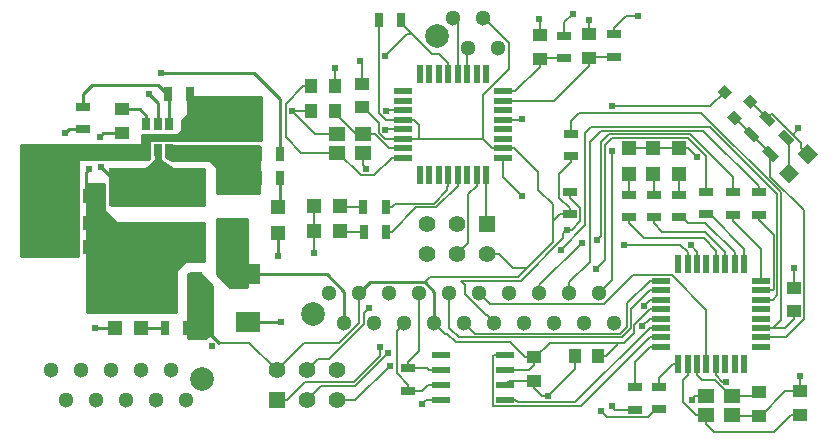
<source format=gtl>
G04 #@! TF.GenerationSoftware,KiCad,Pcbnew,5.0.2-bee76a0~70~ubuntu18.04.1*
G04 #@! TF.CreationDate,2019-02-11T21:35:21-05:00*
G04 #@! TF.ProjectId,dashboard_mk4_rev4,64617368-626f-4617-9264-5f6d6b345f72,6.0*
G04 #@! TF.SameCoordinates,Original*
G04 #@! TF.FileFunction,Copper,L1,Top*
G04 #@! TF.FilePolarity,Positive*
%FSLAX46Y46*%
G04 Gerber Fmt 4.6, Leading zero omitted, Abs format (unit mm)*
G04 Created by KiCad (PCBNEW 5.0.2-bee76a0~70~ubuntu18.04.1) date Mon 11 Feb 2019 09:35:21 PM EST*
%MOMM*%
%LPD*%
G01*
G04 APERTURE LIST*
G04 #@! TA.AperFunction,SMDPad,CuDef*
%ADD10R,1.550000X0.600000*%
G04 #@! TD*
G04 #@! TA.AperFunction,SMDPad,CuDef*
%ADD11R,2.500000X0.900000*%
G04 #@! TD*
G04 #@! TA.AperFunction,SMDPad,CuDef*
%ADD12R,8.200000X3.300000*%
G04 #@! TD*
G04 #@! TA.AperFunction,SMDPad,CuDef*
%ADD13R,0.650000X1.060000*%
G04 #@! TD*
G04 #@! TA.AperFunction,SMDPad,CuDef*
%ADD14R,1.600000X1.000000*%
G04 #@! TD*
G04 #@! TA.AperFunction,SMDPad,CuDef*
%ADD15R,2.159000X1.778000*%
G04 #@! TD*
G04 #@! TA.AperFunction,SMDPad,CuDef*
%ADD16R,1.000000X3.200000*%
G04 #@! TD*
G04 #@! TA.AperFunction,ComponentPad*
%ADD17C,2.000000*%
G04 #@! TD*
G04 #@! TA.AperFunction,ComponentPad*
%ADD18C,1.300000*%
G04 #@! TD*
G04 #@! TA.AperFunction,ComponentPad*
%ADD19C,1.400000*%
G04 #@! TD*
G04 #@! TA.AperFunction,ComponentPad*
%ADD20R,1.400000X1.400000*%
G04 #@! TD*
G04 #@! TA.AperFunction,SMDPad,CuDef*
%ADD21R,0.550000X1.600000*%
G04 #@! TD*
G04 #@! TA.AperFunction,SMDPad,CuDef*
%ADD22R,1.600000X0.550000*%
G04 #@! TD*
G04 #@! TA.AperFunction,SMDPad,CuDef*
%ADD23R,1.400000X1.200000*%
G04 #@! TD*
G04 #@! TA.AperFunction,SMDPad,CuDef*
%ADD24R,1.250000X1.000000*%
G04 #@! TD*
G04 #@! TA.AperFunction,SMDPad,CuDef*
%ADD25R,1.000000X1.250000*%
G04 #@! TD*
G04 #@! TA.AperFunction,SMDPad,CuDef*
%ADD26R,1.200000X1.200000*%
G04 #@! TD*
G04 #@! TA.AperFunction,SMDPad,CuDef*
%ADD27R,0.700000X1.300000*%
G04 #@! TD*
G04 #@! TA.AperFunction,SMDPad,CuDef*
%ADD28R,1.300000X0.700000*%
G04 #@! TD*
G04 #@! TA.AperFunction,SMDPad,CuDef*
%ADD29C,1.200000*%
G04 #@! TD*
G04 #@! TA.AperFunction,Conductor*
%ADD30C,0.100000*%
G04 #@! TD*
G04 #@! TA.AperFunction,SMDPad,CuDef*
%ADD31C,0.800000*%
G04 #@! TD*
G04 #@! TA.AperFunction,SMDPad,CuDef*
%ADD32C,0.700000*%
G04 #@! TD*
G04 #@! TA.AperFunction,ViaPad*
%ADD33C,0.609600*%
G04 #@! TD*
G04 #@! TA.AperFunction,Conductor*
%ADD34C,0.254000*%
G04 #@! TD*
G04 #@! TA.AperFunction,Conductor*
%ADD35C,0.152400*%
G04 #@! TD*
G04 #@! TA.AperFunction,Conductor*
%ADD36C,0.600000*%
G04 #@! TD*
G04 #@! TA.AperFunction,Conductor*
%ADD37C,0.800000*%
G04 #@! TD*
G04 #@! TA.AperFunction,Conductor*
%ADD38C,0.700000*%
G04 #@! TD*
G04 #@! TA.AperFunction,Conductor*
%ADD39C,0.500000*%
G04 #@! TD*
G04 #@! TA.AperFunction,Conductor*
%ADD40C,0.250000*%
G04 #@! TD*
G04 #@! TA.AperFunction,Conductor*
%ADD41C,0.300000*%
G04 #@! TD*
G04 APERTURE END LIST*
D10*
G04 #@! TO.P,U4,8*
G04 #@! TO.N,GND*
X63182516Y-62727054D03*
G04 #@! TO.P,U4,7*
G04 #@! TO.N,/CANH*
X63182516Y-61457054D03*
G04 #@! TO.P,U4,6*
G04 #@! TO.N,/CANL*
X63182516Y-60187054D03*
G04 #@! TO.P,U4,5*
G04 #@! TO.N,Net-(U4-Pad5)*
X63182516Y-58917054D03*
G04 #@! TO.P,U4,4*
G04 #@! TO.N,/RXCAN*
X68582516Y-58917054D03*
G04 #@! TO.P,U4,3*
G04 #@! TO.N,VCC*
X68582516Y-60187054D03*
G04 #@! TO.P,U4,2*
G04 #@! TO.N,GND*
X68582516Y-61457054D03*
G04 #@! TO.P,U4,1*
G04 #@! TO.N,/TXCAN*
X68582516Y-62727054D03*
G04 #@! TD*
D11*
G04 #@! TO.P,F1,2*
G04 #@! TO.N,/12V_Fused*
X45498594Y-44925499D03*
G04 #@! TO.P,F1,1*
G04 #@! TO.N,+12V*
X45498594Y-47825499D03*
G04 #@! TD*
D12*
G04 #@! TO.P,L1,2*
G04 #@! TO.N,Net-(C11-Pad1)*
X39192596Y-49429500D03*
G04 #@! TO.P,L1,1*
G04 #@! TO.N,Net-(C5-Pad2)*
X39192596Y-44729500D03*
G04 #@! TD*
D13*
G04 #@! TO.P,U2,5*
G04 #@! TO.N,Net-(R3-Pad2)*
X39217996Y-39375499D03*
G04 #@! TO.P,U2,6*
G04 #@! TO.N,Net-(C5-Pad1)*
X38267996Y-39375499D03*
G04 #@! TO.P,U2,4*
G04 #@! TO.N,Net-(R4-Pad1)*
X40167996Y-39375499D03*
G04 #@! TO.P,U2,3*
G04 #@! TO.N,/12V_Fused*
X40167996Y-41575499D03*
G04 #@! TO.P,U2,2*
G04 #@! TO.N,Net-(C5-Pad2)*
X39217996Y-41575499D03*
G04 #@! TO.P,U2,1*
G04 #@! TO.N,GND*
X38267996Y-41575499D03*
G04 #@! TD*
D14*
G04 #@! TO.P,C3,2*
G04 #@! TO.N,GND*
X42558099Y-38658001D03*
G04 #@! TO.P,C3,1*
G04 #@! TO.N,/12V_Fused*
X42558099Y-41658001D03*
G04 #@! TD*
D15*
G04 #@! TO.P,D7,1*
G04 #@! TO.N,+12V*
X46876094Y-52096000D03*
G04 #@! TO.P,D7,2*
G04 #@! TO.N,GND*
X46876094Y-56160000D03*
G04 #@! TD*
D16*
G04 #@! TO.P,R9,2*
G04 #@! TO.N,Net-(C11-Pad1)*
X36283097Y-53492996D03*
G04 #@! TO.P,R9,1*
G04 #@! TO.N,VCC*
X42483097Y-53492996D03*
G04 #@! TD*
D17*
G04 #@! TO.P,J3,5*
G04 #@! TO.N,N/C*
X62839149Y-31889381D03*
D18*
G04 #@! TO.P,J3,4*
G04 #@! TO.N,GND*
X68049149Y-32929381D03*
G04 #@! TO.P,J3,2*
G04 #@! TO.N,/SDA*
X65509149Y-32929381D03*
G04 #@! TO.P,J3,1*
G04 #@! TO.N,/SCL*
X64239149Y-30389381D03*
G04 #@! TO.P,J3,3*
G04 #@! TO.N,VCC*
X66779149Y-30389381D03*
G04 #@! TD*
D19*
G04 #@! TO.P,J4,6*
G04 #@! TO.N,GND*
X62033969Y-50375501D03*
G04 #@! TO.P,J4,5*
G04 #@! TO.N,/RESET_2*
X62033969Y-47835501D03*
G04 #@! TO.P,J4,4*
G04 #@! TO.N,/MOSI_2*
X64573969Y-50375501D03*
G04 #@! TO.P,J4,3*
G04 #@! TO.N,/SCK_2*
X64573969Y-47835501D03*
G04 #@! TO.P,J4,2*
G04 #@! TO.N,VCC*
X67113969Y-50375501D03*
D20*
G04 #@! TO.P,J4,1*
G04 #@! TO.N,/MISO_2*
X67113969Y-47835501D03*
G04 #@! TD*
D19*
G04 #@! TO.P,J5,6*
G04 #@! TO.N,GND*
X54386030Y-60230700D03*
G04 #@! TO.P,J5,5*
G04 #@! TO.N,/RESET*
X54386030Y-62770700D03*
G04 #@! TO.P,J5,4*
G04 #@! TO.N,/MOSI*
X51846030Y-60230700D03*
G04 #@! TO.P,J5,3*
G04 #@! TO.N,/SCK*
X51846030Y-62770700D03*
G04 #@! TO.P,J5,2*
G04 #@! TO.N,VCC*
X49306030Y-60230700D03*
D20*
G04 #@! TO.P,J5,1*
G04 #@! TO.N,/MISO*
X49306030Y-62770700D03*
G04 #@! TD*
D21*
G04 #@! TO.P,U1,32*
G04 #@! TO.N,Net-(U1-Pad32)*
X83280587Y-51202853D03*
G04 #@! TO.P,U1,31*
G04 #@! TO.N,/RESET*
X84080587Y-51202853D03*
G04 #@! TO.P,U1,30*
G04 #@! TO.N,/PWM_0*
X84880587Y-51202853D03*
G04 #@! TO.P,U1,29*
G04 #@! TO.N,Net-(U1-Pad29)*
X85680587Y-51202853D03*
G04 #@! TO.P,U1,28*
G04 #@! TO.N,Net-(R16-Pad1)*
X86480587Y-51202853D03*
G04 #@! TO.P,U1,27*
G04 #@! TO.N,Net-(R15-Pad1)*
X87280587Y-51202853D03*
G04 #@! TO.P,U1,26*
G04 #@! TO.N,Net-(R14-Pad1)*
X88080587Y-51202853D03*
G04 #@! TO.P,U1,25*
G04 #@! TO.N,Net-(R19-Pad1)*
X88880587Y-51202853D03*
D22*
G04 #@! TO.P,U1,24*
G04 #@! TO.N,Net-(R13-Pad2)*
X90330587Y-52652853D03*
G04 #@! TO.P,U1,23*
G04 #@! TO.N,Net-(R10-Pad2)*
X90330587Y-53452853D03*
G04 #@! TO.P,U1,22*
G04 #@! TO.N,/START_BTN*
X90330587Y-54252853D03*
G04 #@! TO.P,U1,21*
G04 #@! TO.N,Net-(U1-Pad21)*
X90330587Y-55052853D03*
G04 #@! TO.P,U1,20*
G04 #@! TO.N,Net-(U1-Pad20)*
X90330587Y-55852853D03*
G04 #@! TO.P,U1,19*
G04 #@! TO.N,Net-(C2-Pad1)*
X90330587Y-56652853D03*
G04 #@! TO.P,U1,18*
G04 #@! TO.N,Net-(Q1-Pad1)*
X90330587Y-57452853D03*
G04 #@! TO.P,U1,17*
G04 #@! TO.N,Net-(U1-Pad17)*
X90330587Y-58252853D03*
D21*
G04 #@! TO.P,U1,16*
G04 #@! TO.N,Net-(U1-Pad16)*
X88880587Y-59702853D03*
G04 #@! TO.P,U1,15*
G04 #@! TO.N,Net-(U1-Pad15)*
X88080587Y-59702853D03*
G04 #@! TO.P,U1,14*
G04 #@! TO.N,Net-(U1-Pad14)*
X87280587Y-59702853D03*
G04 #@! TO.P,U1,13*
G04 #@! TO.N,/STR_POT_SENSE*
X86480587Y-59702853D03*
G04 #@! TO.P,U1,12*
G04 #@! TO.N,/SCK*
X85680587Y-59702853D03*
G04 #@! TO.P,U1,11*
G04 #@! TO.N,Net-(C13-Pad1)*
X84880587Y-59702853D03*
G04 #@! TO.P,U1,10*
G04 #@! TO.N,Net-(C14-Pad1)*
X84080587Y-59702853D03*
G04 #@! TO.P,U1,9*
G04 #@! TO.N,Net-(R6-Pad2)*
X83280587Y-59702853D03*
D22*
G04 #@! TO.P,U1,8*
G04 #@! TO.N,Net-(R1-Pad2)*
X81830587Y-58252853D03*
G04 #@! TO.P,U1,7*
G04 #@! TO.N,/RXCAN*
X81830587Y-57452853D03*
G04 #@! TO.P,U1,6*
G04 #@! TO.N,/TXCAN*
X81830587Y-56652853D03*
G04 #@! TO.P,U1,5*
G04 #@! TO.N,GND*
X81830587Y-55852853D03*
G04 #@! TO.P,U1,4*
G04 #@! TO.N,VCC*
X81830587Y-55052853D03*
G04 #@! TO.P,U1,3*
G04 #@! TO.N,/PWM_1*
X81830587Y-54252853D03*
G04 #@! TO.P,U1,2*
G04 #@! TO.N,/MOSI*
X81830587Y-53452853D03*
G04 #@! TO.P,U1,1*
G04 #@! TO.N,/MISO*
X81830587Y-52652853D03*
G04 #@! TD*
D21*
G04 #@! TO.P,U3,32*
G04 #@! TO.N,Net-(U3-Pad32)*
X61423449Y-35167941D03*
G04 #@! TO.P,U3,31*
G04 #@! TO.N,Net-(U3-Pad31)*
X62223449Y-35167941D03*
G04 #@! TO.P,U3,30*
G04 #@! TO.N,Net-(U3-Pad30)*
X63023449Y-35167941D03*
G04 #@! TO.P,U3,29*
G04 #@! TO.N,/RESET_2*
X63823449Y-35167941D03*
G04 #@! TO.P,U3,28*
G04 #@! TO.N,/SCL*
X64623449Y-35167941D03*
G04 #@! TO.P,U3,27*
G04 #@! TO.N,/SDA*
X65423449Y-35167941D03*
G04 #@! TO.P,U3,26*
G04 #@! TO.N,Net-(U3-Pad26)*
X66223449Y-35167941D03*
G04 #@! TO.P,U3,25*
G04 #@! TO.N,Net-(U3-Pad25)*
X67023449Y-35167941D03*
D22*
G04 #@! TO.P,U3,24*
G04 #@! TO.N,Net-(C6-Pad1)*
X68473449Y-36617941D03*
G04 #@! TO.P,U3,23*
G04 #@! TO.N,Net-(C8-Pad1)*
X68473449Y-37417941D03*
G04 #@! TO.P,U3,22*
G04 #@! TO.N,Net-(U3-Pad22)*
X68473449Y-38217941D03*
G04 #@! TO.P,U3,21*
G04 #@! TO.N,GND*
X68473449Y-39017941D03*
G04 #@! TO.P,U3,20*
G04 #@! TO.N,Net-(U3-Pad20)*
X68473449Y-39817941D03*
G04 #@! TO.P,U3,19*
G04 #@! TO.N,Net-(U3-Pad19)*
X68473449Y-40617941D03*
G04 #@! TO.P,U3,18*
G04 #@! TO.N,VCC*
X68473449Y-41417941D03*
G04 #@! TO.P,U3,17*
G04 #@! TO.N,/SCK_2*
X68473449Y-42217941D03*
D21*
G04 #@! TO.P,U3,16*
G04 #@! TO.N,/MISO_2*
X67023449Y-43667941D03*
G04 #@! TO.P,U3,15*
G04 #@! TO.N,/MOSI_2*
X66223449Y-43667941D03*
G04 #@! TO.P,U3,14*
G04 #@! TO.N,Net-(U3-Pad14)*
X65423449Y-43667941D03*
G04 #@! TO.P,U3,13*
G04 #@! TO.N,Net-(R11-Pad2)*
X64623449Y-43667941D03*
G04 #@! TO.P,U3,12*
G04 #@! TO.N,Net-(R8-Pad2)*
X63823449Y-43667941D03*
G04 #@! TO.P,U3,11*
G04 #@! TO.N,Net-(U3-Pad11)*
X63023449Y-43667941D03*
G04 #@! TO.P,U3,10*
G04 #@! TO.N,Net-(U3-Pad10)*
X62223449Y-43667941D03*
G04 #@! TO.P,U3,9*
G04 #@! TO.N,Net-(U3-Pad9)*
X61423449Y-43667941D03*
D22*
G04 #@! TO.P,U3,8*
G04 #@! TO.N,/XTAL2*
X59973449Y-42217941D03*
G04 #@! TO.P,U3,7*
G04 #@! TO.N,/XTAL1*
X59973449Y-41417941D03*
G04 #@! TO.P,U3,6*
G04 #@! TO.N,VCC*
X59973449Y-40617941D03*
G04 #@! TO.P,U3,5*
G04 #@! TO.N,GND*
X59973449Y-39817941D03*
G04 #@! TO.P,U3,4*
G04 #@! TO.N,VCC*
X59973449Y-39017941D03*
G04 #@! TO.P,U3,3*
G04 #@! TO.N,GND*
X59973449Y-38217941D03*
G04 #@! TO.P,U3,2*
G04 #@! TO.N,Net-(U3-Pad2)*
X59973449Y-37417941D03*
G04 #@! TO.P,U3,1*
G04 #@! TO.N,Net-(U3-Pad1)*
X59973449Y-36617941D03*
G04 #@! TD*
D23*
G04 #@! TO.P,Y1,4*
G04 #@! TO.N,GND*
X56599000Y-41821000D03*
G04 #@! TO.P,Y1,3*
G04 #@! TO.N,/XTAL2*
X54399000Y-41821000D03*
G04 #@! TO.P,Y1,2*
G04 #@! TO.N,GND*
X54399000Y-40221000D03*
G04 #@! TO.P,Y1,1*
G04 #@! TO.N,/XTAL1*
X56599000Y-40221000D03*
G04 #@! TD*
G04 #@! TO.P,Y2,4*
G04 #@! TO.N,GND*
X87847812Y-63988579D03*
G04 #@! TO.P,Y2,3*
G04 #@! TO.N,Net-(C14-Pad1)*
X85647812Y-63988579D03*
G04 #@! TO.P,Y2,2*
G04 #@! TO.N,GND*
X85647812Y-62388579D03*
G04 #@! TO.P,Y2,1*
G04 #@! TO.N,Net-(C13-Pad1)*
X87847812Y-62388579D03*
G04 #@! TD*
D17*
G04 #@! TO.P,J1,11*
G04 #@! TO.N,N/C*
X42974260Y-60962540D03*
D18*
G04 #@! TO.P,J1,10*
G04 #@! TO.N,Net-(J1-Pad10)*
X30144260Y-60222540D03*
G04 #@! TO.P,J1,9*
G04 #@! TO.N,Net-(J1-Pad9)*
X31414260Y-62762540D03*
G04 #@! TO.P,J1,8*
G04 #@! TO.N,Net-(J1-Pad8)*
X32684260Y-60222540D03*
G04 #@! TO.P,J1,6*
G04 #@! TO.N,Net-(J1-Pad6)*
X35224260Y-60222540D03*
G04 #@! TO.P,J1,4*
G04 #@! TO.N,Net-(J1-Pad4)*
X37764260Y-60222540D03*
G04 #@! TO.P,J1,2*
G04 #@! TO.N,Net-(J1-Pad2)*
X40304260Y-60222540D03*
G04 #@! TO.P,J1,7*
G04 #@! TO.N,Net-(J1-Pad7)*
X33954260Y-62762540D03*
G04 #@! TO.P,J1,1*
G04 #@! TO.N,Net-(J1-Pad1)*
X41574260Y-62762540D03*
G04 #@! TO.P,J1,3*
G04 #@! TO.N,Net-(J1-Pad3)*
X39034260Y-62762540D03*
G04 #@! TO.P,J1,5*
G04 #@! TO.N,Net-(J1-Pad5)*
X36494260Y-62762540D03*
G04 #@! TD*
G04 #@! TO.P,J2,5*
G04 #@! TO.N,GND*
X58833570Y-53700360D03*
G04 #@! TO.P,J2,3*
G04 #@! TO.N,VCC*
X56293570Y-53700360D03*
G04 #@! TO.P,J2,1*
G04 #@! TO.N,GND*
X53753570Y-53700360D03*
G04 #@! TO.P,J2,7*
G04 #@! TO.N,/CANL*
X61373570Y-53700360D03*
G04 #@! TO.P,J2,2*
G04 #@! TO.N,+12V*
X55023570Y-56240360D03*
G04 #@! TO.P,J2,4*
G04 #@! TO.N,/STR_POT_SENSE*
X57563570Y-56240360D03*
G04 #@! TO.P,J2,6*
G04 #@! TO.N,/CANH*
X60103570Y-56240360D03*
G04 #@! TO.P,J2,8*
G04 #@! TO.N,VCC*
X62643570Y-56240360D03*
G04 #@! TO.P,J2,9*
G04 #@! TO.N,/MOSI*
X63913570Y-53700360D03*
G04 #@! TO.P,J2,10*
G04 #@! TO.N,/MISO*
X65183570Y-56240360D03*
G04 #@! TO.P,J2,11*
G04 #@! TO.N,/SCK*
X66453570Y-53700360D03*
G04 #@! TO.P,J2,12*
G04 #@! TO.N,/RESET*
X67723570Y-56240360D03*
G04 #@! TO.P,J2,13*
G04 #@! TO.N,/RJLED1*
X68993570Y-53700360D03*
G04 #@! TO.P,J2,14*
G04 #@! TO.N,/RJLED2*
X70263570Y-56240360D03*
G04 #@! TO.P,J2,15*
G04 #@! TO.N,/LED_START*
X71533570Y-53700360D03*
G04 #@! TO.P,J2,16*
G04 #@! TO.N,/LED_BMS*
X72803570Y-56240360D03*
G04 #@! TO.P,J2,17*
G04 #@! TO.N,/LED_IMD*
X74073570Y-53700360D03*
G04 #@! TO.P,J2,18*
G04 #@! TO.N,/START_BTN*
X75343570Y-56240360D03*
G04 #@! TO.P,J2,19*
G04 #@! TO.N,/RTD_BUZZER*
X76613570Y-53700360D03*
G04 #@! TO.P,J2,20*
G04 #@! TO.N,Net-(J2-Pad20)*
X77883570Y-56240360D03*
D17*
G04 #@! TO.P,J2,21*
G04 #@! TO.N,N/C*
X52353570Y-55500360D03*
G04 #@! TD*
D24*
G04 #@! TO.P,C5,1*
G04 #@! TO.N,Net-(C5-Pad1)*
X36208101Y-38141998D03*
G04 #@! TO.P,C5,2*
G04 #@! TO.N,Net-(C5-Pad2)*
X36208101Y-40141998D03*
G04 #@! TD*
D25*
G04 #@! TO.P,C11,1*
G04 #@! TO.N,Net-(C11-Pad1)*
X33398096Y-47777998D03*
G04 #@! TO.P,C11,2*
G04 #@! TO.N,GND*
X31398096Y-47777998D03*
G04 #@! TD*
G04 #@! TO.P,C12,1*
G04 #@! TO.N,Net-(C11-Pad1)*
X33398098Y-45491998D03*
G04 #@! TO.P,C12,2*
G04 #@! TO.N,GND*
X31398098Y-45491998D03*
G04 #@! TD*
D26*
G04 #@! TO.P,D2,2*
G04 #@! TO.N,Net-(D2-Pad2)*
X37816098Y-56667999D03*
G04 #@! TO.P,D2,1*
G04 #@! TO.N,GND*
X35616098Y-56667999D03*
G04 #@! TD*
D27*
G04 #@! TO.P,R2,1*
G04 #@! TO.N,/12V_Fused*
X47704098Y-43968002D03*
G04 #@! TO.P,R2,2*
G04 #@! TO.N,Net-(D1-Pad2)*
X49604098Y-43968002D03*
G04 #@! TD*
G04 #@! TO.P,R3,1*
G04 #@! TO.N,/12V_Fused*
X47704096Y-41935997D03*
G04 #@! TO.P,R3,2*
G04 #@! TO.N,Net-(R3-Pad2)*
X49604096Y-41935997D03*
G04 #@! TD*
G04 #@! TO.P,R12,1*
G04 #@! TO.N,VCC*
X41730096Y-56668001D03*
G04 #@! TO.P,R12,2*
G04 #@! TO.N,Net-(D2-Pad2)*
X39830096Y-56668001D03*
G04 #@! TD*
D25*
G04 #@! TO.P,C7,1*
G04 #@! TO.N,Net-(C11-Pad1)*
X33398099Y-49810000D03*
G04 #@! TO.P,C7,2*
G04 #@! TO.N,GND*
X31398099Y-49810000D03*
G04 #@! TD*
D26*
G04 #@! TO.P,D1,2*
G04 #@! TO.N,Net-(D1-Pad2)*
X49416095Y-46423996D03*
G04 #@! TO.P,D1,1*
G04 #@! TO.N,GND*
X49416095Y-48623996D03*
G04 #@! TD*
D27*
G04 #@! TO.P,R4,1*
G04 #@! TO.N,Net-(R4-Pad1)*
X40084095Y-36856001D03*
G04 #@! TO.P,R4,2*
G04 #@! TO.N,GND*
X41984095Y-36856001D03*
G04 #@! TD*
D28*
G04 #@! TO.P,R5,1*
G04 #@! TO.N,Net-(R4-Pad1)*
X32906094Y-37938001D03*
G04 #@! TO.P,R5,2*
G04 #@! TO.N,Net-(C11-Pad1)*
X32906094Y-39838001D03*
G04 #@! TD*
D25*
G04 #@! TO.P,C1,1*
G04 #@! TO.N,VCC*
X76516290Y-59049601D03*
G04 #@! TO.P,C1,2*
G04 #@! TO.N,GND*
X74516290Y-59049601D03*
G04 #@! TD*
D24*
G04 #@! TO.P,C2,2*
G04 #@! TO.N,GND*
X93091000Y-53229000D03*
G04 #@! TO.P,C2,1*
G04 #@! TO.N,Net-(C2-Pad1)*
X93091000Y-55229000D03*
G04 #@! TD*
G04 #@! TO.P,C4,2*
G04 #@! TO.N,GND*
X56515000Y-35957000D03*
G04 #@! TO.P,C4,1*
G04 #@! TO.N,VCC*
X56515000Y-37957000D03*
G04 #@! TD*
G04 #@! TO.P,C6,2*
G04 #@! TO.N,GND*
X71558506Y-31872235D03*
G04 #@! TO.P,C6,1*
G04 #@! TO.N,Net-(C6-Pad1)*
X71558506Y-33872235D03*
G04 #@! TD*
G04 #@! TO.P,C8,1*
G04 #@! TO.N,Net-(C8-Pad1)*
X75742134Y-33780441D03*
G04 #@! TO.P,C8,2*
G04 #@! TO.N,GND*
X75742134Y-31780441D03*
G04 #@! TD*
D25*
G04 #@! TO.P,C9,2*
G04 #@! TO.N,GND*
X52241560Y-38292618D03*
G04 #@! TO.P,C9,1*
G04 #@! TO.N,/XTAL1*
X54241560Y-38292618D03*
G04 #@! TD*
G04 #@! TO.P,C10,1*
G04 #@! TO.N,/XTAL2*
X52213000Y-36195000D03*
G04 #@! TO.P,C10,2*
G04 #@! TO.N,GND*
X54213000Y-36195000D03*
G04 #@! TD*
D24*
G04 #@! TO.P,C13,2*
G04 #@! TO.N,GND*
X90145154Y-64079336D03*
G04 #@! TO.P,C13,1*
G04 #@! TO.N,Net-(C13-Pad1)*
X90145154Y-62079336D03*
G04 #@! TD*
G04 #@! TO.P,C14,2*
G04 #@! TO.N,GND*
X93599000Y-61992000D03*
G04 #@! TO.P,C14,1*
G04 #@! TO.N,Net-(C14-Pad1)*
X93599000Y-63992000D03*
G04 #@! TD*
G04 #@! TO.P,C15,2*
G04 #@! TO.N,GND*
X71079359Y-61110855D03*
G04 #@! TO.P,C15,1*
G04 #@! TO.N,VCC*
X71079359Y-59110855D03*
G04 #@! TD*
D26*
G04 #@! TO.P,PB1,1*
G04 #@! TO.N,GND*
X52452078Y-46307081D03*
G04 #@! TO.P,PB1,2*
G04 #@! TO.N,Net-(D3-Pad2)*
X54652076Y-46307081D03*
G04 #@! TD*
G04 #@! TO.P,PB0,2*
G04 #@! TO.N,Net-(D4-Pad2)*
X54652078Y-48476713D03*
G04 #@! TO.P,PB0,1*
G04 #@! TO.N,GND*
X52452080Y-48476713D03*
G04 #@! TD*
G04 #@! TO.P,PB5,1*
G04 #@! TO.N,GND*
X83395121Y-41418848D03*
G04 #@! TO.P,PB5,2*
G04 #@! TO.N,Net-(D5-Pad2)*
X83395121Y-43618846D03*
G04 #@! TD*
G04 #@! TO.P,PB6,2*
G04 #@! TO.N,Net-(D6-Pad2)*
X81189571Y-43579331D03*
G04 #@! TO.P,PB6,1*
G04 #@! TO.N,GND*
X81189571Y-41379333D03*
G04 #@! TD*
G04 #@! TO.P,PB7,1*
G04 #@! TO.N,GND*
X79100762Y-41381131D03*
G04 #@! TO.P,PB7,2*
G04 #@! TO.N,Net-(D8-Pad2)*
X79100762Y-43581129D03*
G04 #@! TD*
D28*
G04 #@! TO.P,R1,1*
G04 #@! TO.N,/RJLED1*
X79598713Y-63584576D03*
G04 #@! TO.P,R1,2*
G04 #@! TO.N,Net-(R1-Pad2)*
X79598713Y-61684578D03*
G04 #@! TD*
G04 #@! TO.P,R6,2*
G04 #@! TO.N,Net-(R6-Pad2)*
X81689315Y-61641474D03*
G04 #@! TO.P,R6,1*
G04 #@! TO.N,/RJLED2*
X81689315Y-63541472D03*
G04 #@! TD*
G04 #@! TO.P,R7,1*
G04 #@! TO.N,VCC*
X74207791Y-42092038D03*
G04 #@! TO.P,R7,2*
G04 #@! TO.N,Net-(C2-Pad1)*
X74207791Y-40192038D03*
G04 #@! TD*
D27*
G04 #@! TO.P,R8,2*
G04 #@! TO.N,Net-(R8-Pad2)*
X58537803Y-46384313D03*
G04 #@! TO.P,R8,1*
G04 #@! TO.N,Net-(D3-Pad2)*
X56637805Y-46384313D03*
G04 #@! TD*
D28*
G04 #@! TO.P,R10,2*
G04 #@! TO.N,Net-(R10-Pad2)*
X90113286Y-47045033D03*
G04 #@! TO.P,R10,1*
G04 #@! TO.N,/LED_IMD*
X90113286Y-45145035D03*
G04 #@! TD*
D27*
G04 #@! TO.P,R11,1*
G04 #@! TO.N,Net-(D4-Pad2)*
X56648582Y-48492878D03*
G04 #@! TO.P,R11,2*
G04 #@! TO.N,Net-(R11-Pad2)*
X58548580Y-48492878D03*
G04 #@! TD*
D28*
G04 #@! TO.P,R13,2*
G04 #@! TO.N,Net-(R13-Pad2)*
X87896959Y-47048623D03*
G04 #@! TO.P,R13,1*
G04 #@! TO.N,/LED_START*
X87896959Y-45148625D03*
G04 #@! TD*
G04 #@! TO.P,R14,2*
G04 #@! TO.N,Net-(D5-Pad2)*
X83339582Y-45366983D03*
G04 #@! TO.P,R14,1*
G04 #@! TO.N,Net-(R14-Pad1)*
X83339582Y-47266981D03*
G04 #@! TD*
G04 #@! TO.P,R15,1*
G04 #@! TO.N,Net-(R15-Pad1)*
X81198434Y-47279219D03*
G04 #@! TO.P,R15,2*
G04 #@! TO.N,Net-(D6-Pad2)*
X81198434Y-45379221D03*
G04 #@! TD*
G04 #@! TO.P,R16,1*
G04 #@! TO.N,Net-(R16-Pad1)*
X79090128Y-47256205D03*
G04 #@! TO.P,R16,2*
G04 #@! TO.N,Net-(D8-Pad2)*
X79090128Y-45356207D03*
G04 #@! TD*
G04 #@! TO.P,R17,2*
G04 #@! TO.N,Net-(C6-Pad1)*
X73645516Y-33833010D03*
G04 #@! TO.P,R17,1*
G04 #@! TO.N,/PWM_1*
X73645516Y-31933012D03*
G04 #@! TD*
G04 #@! TO.P,R18,1*
G04 #@! TO.N,/PWM_0*
X77815948Y-31771368D03*
G04 #@! TO.P,R18,2*
G04 #@! TO.N,Net-(C8-Pad1)*
X77815948Y-33671366D03*
G04 #@! TD*
G04 #@! TO.P,R19,2*
G04 #@! TO.N,/LED_BMS*
X85669855Y-45141443D03*
G04 #@! TO.P,R19,1*
G04 #@! TO.N,Net-(R19-Pad1)*
X85669855Y-47041441D03*
G04 #@! TD*
D27*
G04 #@! TO.P,R20,2*
G04 #@! TO.N,VCC*
X57949650Y-30550801D03*
G04 #@! TO.P,R20,1*
G04 #@! TO.N,/RESET_2*
X59849648Y-30550801D03*
G04 #@! TD*
D28*
G04 #@! TO.P,R21,2*
G04 #@! TO.N,VCC*
X74093891Y-47004959D03*
G04 #@! TO.P,R21,1*
G04 #@! TO.N,/RESET*
X74093891Y-45104961D03*
G04 #@! TD*
G04 #@! TO.P,R22,1*
G04 #@! TO.N,/CANH*
X60439297Y-61967632D03*
G04 #@! TO.P,R22,2*
G04 #@! TO.N,/CANL*
X60439297Y-60067634D03*
G04 #@! TD*
D29*
G04 #@! TO.P,D9,2*
G04 #@! TO.N,Net-(D9-Pad2)*
X92681419Y-43488109D03*
D30*
G04 #@! TD*
G04 #@! TO.N,Net-(D9-Pad2)*
G04 #@! TO.C,D9*
G36*
X92681419Y-44336637D02*
X91832891Y-43488109D01*
X92681419Y-42639581D01*
X93529947Y-43488109D01*
X92681419Y-44336637D01*
X92681419Y-44336637D01*
G37*
D29*
G04 #@! TO.P,D9,1*
G04 #@! TO.N,GND*
X94237053Y-41932475D03*
D30*
G04 #@! TD*
G04 #@! TO.N,GND*
G04 #@! TO.C,D9*
G36*
X94237053Y-42781003D02*
X93388525Y-41932475D01*
X94237053Y-41083947D01*
X95085581Y-41932475D01*
X94237053Y-42781003D01*
X94237053Y-42781003D01*
G37*
D31*
G04 #@! TO.P,Q1,1*
G04 #@! TO.N,Net-(Q1-Pad1)*
X88051991Y-38826155D03*
D30*
G04 #@! TD*
G04 #@! TO.N,Net-(Q1-Pad1)*
G04 #@! TO.C,Q1*
G36*
X88653032Y-38861510D02*
X88087346Y-39427196D01*
X87450950Y-38790800D01*
X88016636Y-38225114D01*
X88653032Y-38861510D01*
X88653032Y-38861510D01*
G37*
D31*
G04 #@! TO.P,Q1,2*
G04 #@! TO.N,GND*
X89395494Y-37482652D03*
D30*
G04 #@! TD*
G04 #@! TO.N,GND*
G04 #@! TO.C,Q1*
G36*
X89996535Y-37518007D02*
X89430849Y-38083693D01*
X88794453Y-37447297D01*
X89360139Y-36881611D01*
X89996535Y-37518007D01*
X89996535Y-37518007D01*
G37*
D31*
G04 #@! TO.P,Q1,3*
G04 #@! TO.N,/RTD_BUZZER*
X87238818Y-36669479D03*
D30*
G04 #@! TD*
G04 #@! TO.N,/RTD_BUZZER*
G04 #@! TO.C,Q1*
G36*
X87839859Y-36704834D02*
X87274173Y-37270520D01*
X86637777Y-36634124D01*
X87203463Y-36068438D01*
X87839859Y-36704834D01*
X87839859Y-36704834D01*
G37*
D32*
G04 #@! TO.P,R23,1*
G04 #@! TO.N,Net-(Q1-Pad1)*
X91081236Y-41855400D03*
D30*
G04 #@! TD*
G04 #@! TO.N,Net-(Q1-Pad1)*
G04 #@! TO.C,R23*
G36*
X91293368Y-42562507D02*
X90374129Y-41643268D01*
X90869104Y-41148293D01*
X91788343Y-42067532D01*
X91293368Y-42562507D01*
X91293368Y-42562507D01*
G37*
D32*
G04 #@! TO.P,R23,2*
G04 #@! TO.N,Net-(D9-Pad2)*
X92424738Y-40511898D03*
D30*
G04 #@! TD*
G04 #@! TO.N,Net-(D9-Pad2)*
G04 #@! TO.C,R23*
G36*
X92636870Y-41219005D02*
X91717631Y-40299766D01*
X92212606Y-39804791D01*
X93131845Y-40724030D01*
X92636870Y-41219005D01*
X92636870Y-41219005D01*
G37*
D32*
G04 #@! TO.P,R24,2*
G04 #@! TO.N,GND*
X90808292Y-38895452D03*
D30*
G04 #@! TD*
G04 #@! TO.N,GND*
G04 #@! TO.C,R24*
G36*
X91020424Y-39602559D02*
X90101185Y-38683320D01*
X90596160Y-38188345D01*
X91515399Y-39107584D01*
X91020424Y-39602559D01*
X91020424Y-39602559D01*
G37*
D32*
G04 #@! TO.P,R24,1*
G04 #@! TO.N,Net-(Q1-Pad1)*
X89464790Y-40238954D03*
D30*
G04 #@! TD*
G04 #@! TO.N,Net-(Q1-Pad1)*
G04 #@! TO.C,R24*
G36*
X89676922Y-40946061D02*
X88757683Y-40026822D01*
X89252658Y-39531847D01*
X90171897Y-40451086D01*
X89676922Y-40946061D01*
X89676922Y-40946061D01*
G37*
D33*
G04 #@! TO.N,GND*
X49670097Y-56159998D03*
X33922094Y-56667999D03*
X44590096Y-39903999D03*
X46876098Y-39903996D03*
X46876096Y-38125999D03*
X44590098Y-38126000D03*
X29604096Y-49555998D03*
X29350100Y-44729997D03*
X28334098Y-45745998D03*
X29350097Y-46761997D03*
X28334098Y-47777999D03*
X29350097Y-48540000D03*
X28334098Y-49556002D03*
X49416095Y-50572001D03*
X43828097Y-58191997D03*
X61607250Y-63047561D03*
X72265090Y-62410021D03*
X80243230Y-56489281D03*
X84428599Y-62712792D03*
X84888890Y-42153521D03*
X75752511Y-30558420D03*
X71536111Y-30522861D03*
X52425151Y-50299302D03*
X50577070Y-38281934D03*
X58559249Y-38241921D03*
X93599000Y-60706000D03*
X54229000Y-34671000D03*
X93472000Y-39751000D03*
X93091000Y-51562000D03*
X58488368Y-39878000D03*
X70104000Y-38989000D03*
X56896000Y-43180000D03*
X56388000Y-34036000D03*
G04 #@! TO.N,/MISO*
X58016140Y-58280300D03*
G04 #@! TO.N,/SCK*
X58734960Y-58788300D03*
G04 #@! TO.N,Net-(C5-Pad2)*
X34341195Y-40457902D03*
X34391996Y-43048700D03*
G04 #@! TO.N,Net-(C11-Pad1)*
X33414096Y-43205999D03*
X31382098Y-40158001D03*
G04 #@! TO.N,Net-(R3-Pad2)*
X38494099Y-36856000D03*
X39510098Y-35077997D03*
G04 #@! TO.N,/STR_POT_SENSE*
X87337450Y-61185742D03*
G04 #@! TO.N,/MOSI*
X57069906Y-54992354D03*
G04 #@! TO.N,/RESET*
X78665890Y-49631280D03*
X73860209Y-48325721D03*
X73860209Y-48325721D03*
X58851800Y-59827160D03*
G04 #@! TO.N,/RJLED1*
X77642271Y-63268542D03*
G04 #@! TO.N,/RJLED2*
X76745651Y-63644461D03*
G04 #@! TO.N,/LED_START*
X76390049Y-49199481D03*
X75160690Y-49423001D03*
G04 #@! TO.N,/LED_BMS*
X76369729Y-51637880D03*
G04 #@! TO.N,/START_BTN*
X73372529Y-50017362D03*
X73372529Y-50017362D03*
G04 #@! TO.N,/SCK_2*
X70101011Y-45498701D03*
G04 #@! TO.N,/RESET_2*
X58483050Y-33606420D03*
G04 #@! TO.N,/PWM_1*
X80365151Y-54790022D03*
X74363131Y-30045342D03*
G04 #@! TO.N,/PWM_0*
X84347871Y-49661761D03*
X79920651Y-30212980D03*
G04 #@! TO.N,/RTD_BUZZER*
X77724000Y-41656000D03*
X77724000Y-37897133D03*
G04 #@! TD*
D34*
G04 #@! TO.N,GND*
X46876098Y-56159998D02*
X49670097Y-56159998D01*
X35616095Y-56667999D02*
X33922094Y-56667999D01*
X41984096Y-36856001D02*
X41984097Y-38084001D01*
X41984097Y-38084001D02*
X42558098Y-38658002D01*
X46876098Y-56159998D02*
X46685595Y-56159999D01*
X42558098Y-38658002D02*
X44058098Y-38658002D01*
X46876096Y-38125999D02*
X46876098Y-39903996D01*
X44058098Y-38658002D02*
X44590098Y-38126000D01*
X29604096Y-49555998D02*
X28334098Y-49556002D01*
X29858097Y-49810000D02*
X29604096Y-49555998D01*
X31398100Y-49809998D02*
X29858097Y-49810000D01*
X29096098Y-44476000D02*
X29096097Y-43460000D01*
X29350100Y-44729997D02*
X29096098Y-44476000D01*
X29350097Y-46761997D02*
X28334098Y-45745998D01*
X28588096Y-47777996D02*
X28334098Y-47777999D01*
X29350097Y-48540000D02*
X28588096Y-47777996D01*
X49416095Y-48624001D02*
X49416095Y-50572001D01*
X70733158Y-61457054D02*
X71079359Y-61110855D01*
D35*
X68928717Y-61110855D02*
X68582517Y-61457055D01*
X71079359Y-61110855D02*
X68928717Y-61110855D01*
X63182517Y-62727053D02*
X61927756Y-62727054D01*
X61927756Y-62727054D02*
X61607250Y-63047561D01*
X71726124Y-62410021D02*
X72265090Y-62410021D01*
X71079359Y-61110855D02*
X71079359Y-61763255D01*
X71079359Y-61763255D02*
X71726124Y-62410021D01*
X80243231Y-56487809D02*
X80243230Y-56489281D01*
X81830587Y-55852851D02*
X80878188Y-55852853D01*
X80878188Y-55852853D02*
X80243231Y-56487809D01*
X88324592Y-64465359D02*
X87847813Y-63988580D01*
X87938572Y-64079338D02*
X87847813Y-63988580D01*
X90145153Y-64079338D02*
X87938572Y-64079338D01*
X90145153Y-64079338D02*
X90270152Y-64079338D01*
X85647814Y-62388580D02*
X84752809Y-62388580D01*
X84752809Y-62388580D02*
X84428599Y-62712792D01*
X74516289Y-60158821D02*
X72265090Y-62410021D01*
X74516289Y-59049601D02*
X74516289Y-60158821D01*
X81187773Y-41381131D02*
X81189571Y-41379333D01*
X79100762Y-41381132D02*
X81187773Y-41381131D01*
X83355606Y-41379333D02*
X83395119Y-41418848D01*
X81189571Y-41379333D02*
X83355606Y-41379333D01*
X84882193Y-42153521D02*
X84888890Y-42153521D01*
X83395119Y-41418848D02*
X84147519Y-41418848D01*
X84147519Y-41418848D02*
X84882193Y-42153521D01*
X59021050Y-38217941D02*
X59973450Y-38217940D01*
X75742135Y-31780442D02*
X75742135Y-30568797D01*
X75742135Y-30568797D02*
X75752511Y-30558420D01*
X71558505Y-31872235D02*
X71558506Y-30545257D01*
X71558506Y-30545257D02*
X71536111Y-30522861D01*
X52452079Y-47724313D02*
X52452079Y-48476713D01*
X52452078Y-46307081D02*
X52452079Y-47724313D01*
X52452079Y-48476713D02*
X52452079Y-50272372D01*
X52452079Y-50272372D02*
X52425151Y-50299302D01*
X52212356Y-38321821D02*
X52241559Y-38292618D01*
X52241559Y-38292618D02*
X50587755Y-38292619D01*
X50587755Y-38292619D02*
X50577070Y-38281934D01*
X59021050Y-38217941D02*
X58583230Y-38217940D01*
X58583230Y-38217940D02*
X58559249Y-38241921D01*
X92357490Y-61992000D02*
X93599000Y-61992000D01*
X90145154Y-64079336D02*
X90270154Y-64079336D01*
X90270154Y-64079336D02*
X92357490Y-61992000D01*
X93599000Y-61992000D02*
X93599000Y-60706000D01*
X54213000Y-36195000D02*
X54213000Y-34687000D01*
X54213000Y-34687000D02*
X54229000Y-34671000D01*
X93013476Y-40282370D02*
X93369433Y-39926413D01*
X93013476Y-40282370D02*
X93705026Y-40973920D01*
X89784402Y-37871560D02*
X89395494Y-37482652D01*
X90808293Y-38895451D02*
X89784402Y-37871560D01*
X91163543Y-38540201D02*
X90808293Y-38895451D01*
X93013476Y-40282370D02*
X91271307Y-38540201D01*
X91271307Y-38540201D02*
X91163543Y-38540201D01*
X93705026Y-41400448D02*
X94237053Y-41932475D01*
X93705026Y-40973920D02*
X93705026Y-41400448D01*
X93369433Y-39926413D02*
X93369433Y-39853567D01*
X93369433Y-39853567D02*
X93472000Y-39751000D01*
X93091000Y-53229000D02*
X93091000Y-51562000D01*
X59973449Y-39817941D02*
X58548427Y-39817941D01*
X58548427Y-39817941D02*
X58488368Y-39878000D01*
X68473449Y-39017941D02*
X70075059Y-39017941D01*
X70075059Y-39017941D02*
X70104000Y-38989000D01*
X56599000Y-41821000D02*
X56599000Y-42883000D01*
X56599000Y-42883000D02*
X56896000Y-43180000D01*
X52516136Y-40221000D02*
X50577070Y-38281934D01*
X54399000Y-40221000D02*
X52516136Y-40221000D01*
X56515000Y-35957000D02*
X56515000Y-34163000D01*
X56515000Y-34163000D02*
X56388000Y-34036000D01*
G04 #@! TO.N,VCC*
X59793210Y-40653802D02*
X59869410Y-40577600D01*
D34*
X62643570Y-53594847D02*
X61819684Y-52770960D01*
X62643570Y-56240361D02*
X62643570Y-53594847D01*
X71079358Y-59110853D02*
X70954358Y-59110855D01*
D35*
X71079359Y-59763256D02*
X71079358Y-59110853D01*
X70655560Y-60187054D02*
X71079359Y-59763256D01*
X68582518Y-60187054D02*
X70655560Y-60187054D01*
X69036745Y-57845641D02*
X70301958Y-59110854D01*
X64467291Y-57845641D02*
X69036745Y-57845641D01*
X63740611Y-57118961D02*
X64467291Y-57845641D01*
X63522170Y-57118962D02*
X63740611Y-57118961D01*
X70301958Y-59110854D02*
X71079358Y-59110853D01*
X62643570Y-56240361D02*
X63522170Y-57118962D01*
X80878186Y-55052850D02*
X79570139Y-56360899D01*
X81830588Y-55052852D02*
X80878186Y-55052850D01*
X79570139Y-56360899D02*
X79570139Y-57045531D01*
X79570139Y-57045531D02*
X78719229Y-57896441D01*
X71204357Y-59110854D02*
X71079358Y-59110853D01*
X72394630Y-57920583D02*
X71204357Y-59110854D01*
X72394630Y-57896441D02*
X72394630Y-57920583D01*
X78117250Y-58101041D02*
X78117250Y-57896441D01*
X77168689Y-59049601D02*
X78117250Y-58101041D01*
X76516291Y-59049602D02*
X77168689Y-59049601D01*
X78719229Y-57896441D02*
X78117250Y-57896441D01*
X78117250Y-57896441D02*
X72394630Y-57896441D01*
X73291490Y-47004960D02*
X72676571Y-47619880D01*
X74093891Y-47004960D02*
X73291490Y-47004960D01*
X62256801Y-52333840D02*
X61819684Y-52770960D01*
X69704769Y-52333841D02*
X62256801Y-52333840D01*
X72676569Y-47721201D02*
X72676569Y-47576961D01*
X72676571Y-47619880D02*
X72676569Y-47721201D01*
X67521050Y-41417939D02*
X66721049Y-40617939D01*
X68473450Y-41417940D02*
X67521050Y-41417939D01*
X61348171Y-39440261D02*
X61348171Y-40617941D01*
X59973450Y-39017941D02*
X60925850Y-39017940D01*
X66721049Y-40617939D02*
X61348171Y-40617941D01*
X60925850Y-39017940D02*
X61348171Y-39440261D01*
X72676571Y-46179961D02*
X72676571Y-47812641D01*
X72676569Y-47721201D02*
X72676571Y-47812641D01*
X72676571Y-47812641D02*
X72676569Y-49362039D01*
D34*
X42483098Y-56519000D02*
X42334096Y-56667999D01*
X42483096Y-53492998D02*
X42483098Y-56519000D01*
X43168716Y-56668000D02*
X44412297Y-57911582D01*
X42334096Y-56667999D02*
X43168716Y-56668000D01*
D35*
X69425850Y-41417939D02*
X68473450Y-41417940D01*
X71436510Y-43428600D02*
X69425850Y-41417939D01*
X71436510Y-44939900D02*
X71436510Y-43428600D01*
X72676571Y-46179961D02*
X71436510Y-44939900D01*
X69305339Y-51576921D02*
X70461689Y-51576921D01*
X68103918Y-50375501D02*
X69305339Y-51576921D01*
X72676569Y-49362039D02*
X70461689Y-51576921D01*
X67113970Y-50375500D02*
X68103918Y-50375501D01*
X70461689Y-51576921D02*
X69704769Y-52333841D01*
X67429150Y-31039380D02*
X66779150Y-30389381D01*
X68927751Y-34750122D02*
X68927751Y-32537982D01*
X66721049Y-36956823D02*
X68927751Y-34750122D01*
X68927751Y-32537982D02*
X67429150Y-31039380D01*
X66721049Y-40617939D02*
X66721049Y-36956823D01*
X57949651Y-31353201D02*
X57949651Y-30550801D01*
X58545835Y-39017941D02*
X57949651Y-38421755D01*
X57949651Y-38421755D02*
X57949651Y-31353201D01*
X59973450Y-39017941D02*
X58545835Y-39017941D01*
X46986912Y-57911582D02*
X49306030Y-60230700D01*
X44412297Y-57911582D02*
X46986912Y-57911582D01*
X54282497Y-57957241D02*
X51579489Y-57957241D01*
X54607018Y-57957242D02*
X54282497Y-57957241D01*
X56293570Y-53700362D02*
X56293571Y-56270691D01*
X51579489Y-57957241D02*
X49306030Y-60230700D01*
X56293571Y-56270691D02*
X54607018Y-57957242D01*
X59021049Y-39017941D02*
X59973449Y-39017941D01*
D34*
X61819683Y-52770959D02*
X61819684Y-52770960D01*
X57222971Y-52770959D02*
X61819683Y-52770959D01*
X56293570Y-53700360D02*
X57222971Y-52770959D01*
D35*
X74093891Y-46502560D02*
X74093891Y-47004960D01*
X73215289Y-45623959D02*
X74093891Y-46502560D01*
X73215289Y-43586937D02*
X73215289Y-45623959D01*
X74207789Y-42092037D02*
X74207790Y-42594436D01*
X74207790Y-42594436D02*
X73215289Y-43586937D01*
X60925849Y-40617941D02*
X61348171Y-40617941D01*
X59973449Y-40617941D02*
X60925849Y-40617941D01*
X59021049Y-40617941D02*
X59973449Y-40617941D01*
X58438875Y-40617941D02*
X59021049Y-40617941D01*
X57954967Y-40134033D02*
X58438875Y-40617941D01*
X56640000Y-37957000D02*
X57954967Y-39271967D01*
X57954967Y-39271967D02*
X57954967Y-40134033D01*
X56515000Y-37957000D02*
X56640000Y-37957000D01*
D34*
G04 #@! TO.N,Net-(D2-Pad2)*
X39830099Y-56668001D02*
X37816098Y-56668001D01*
D35*
G04 #@! TO.N,/MISO*
X80878186Y-52652852D02*
X81830586Y-52652851D01*
X78960520Y-54570519D02*
X80878186Y-52652852D01*
X78960520Y-56552791D02*
X78960520Y-54570519D01*
X78394349Y-57118962D02*
X78960520Y-56552791D01*
X66062170Y-57118962D02*
X78394349Y-57118962D01*
X65183569Y-56240361D02*
X66062170Y-57118962D01*
X50158430Y-62770700D02*
X51674490Y-61254640D01*
X49306030Y-62770700D02*
X50158430Y-62770700D01*
X51674490Y-61254640D02*
X55798720Y-61254640D01*
X55798720Y-61254640D02*
X58016140Y-59037220D01*
X58016140Y-59037220D02*
X58016140Y-58280300D01*
G04 #@! TO.N,/RXCAN*
X67578916Y-58993255D02*
X67578916Y-63209934D01*
X67655117Y-58917052D02*
X67578916Y-58993255D01*
X68582517Y-58917052D02*
X67655117Y-58917052D01*
X75075384Y-63255655D02*
X80878186Y-57452851D01*
X80878186Y-57452851D02*
X81830586Y-57452852D01*
X67624636Y-63255655D02*
X75075384Y-63255655D01*
X67578916Y-63209934D02*
X67624636Y-63255655D01*
G04 #@! TO.N,/SCK*
X85680587Y-55089334D02*
X82740505Y-52149251D01*
X85680587Y-59702852D02*
X85680587Y-55089334D01*
X77035298Y-54578962D02*
X67332171Y-54578962D01*
X79465009Y-52149249D02*
X77035298Y-54578962D01*
X82740505Y-52149251D02*
X79465009Y-52149249D01*
X67332171Y-54578962D02*
X66453569Y-53700359D01*
X55963811Y-61559449D02*
X58734960Y-58788300D01*
X51846030Y-62770700D02*
X53057281Y-61559449D01*
X53057281Y-61559449D02*
X55963811Y-61559449D01*
D36*
G04 #@! TO.N,/12V_Fused*
X41967997Y-41575504D02*
X42017998Y-41525497D01*
D34*
G04 #@! TO.N,Net-(C5-Pad1)*
X38268000Y-39375501D02*
X38267997Y-38661900D01*
X37748097Y-38142000D02*
X36208097Y-38142003D01*
X38267997Y-38661900D02*
X37748097Y-38142000D01*
G04 #@! TO.N,Net-(C5-Pad2)*
X36398597Y-40175500D02*
X34623600Y-40175497D01*
X34623600Y-40175497D02*
X34341195Y-40457902D01*
X34391996Y-43048700D02*
X36072799Y-44729499D01*
X36072799Y-44729499D02*
X37478096Y-43968002D01*
X35701598Y-44729500D02*
X37478096Y-43968002D01*
D37*
X37503498Y-43942602D02*
X37478096Y-43968002D01*
D38*
X37503498Y-43942602D02*
X37478096Y-43968002D01*
D36*
X37503498Y-43942602D02*
X37478096Y-43968002D01*
D39*
X37503498Y-43942602D02*
X37478096Y-43968002D01*
D40*
X37503498Y-43942602D02*
X37478096Y-43968002D01*
X37503498Y-43942602D02*
X37478096Y-43968002D01*
D38*
X37503498Y-43942602D02*
X37478096Y-43968002D01*
D36*
X37503498Y-43942602D02*
X37478096Y-43968002D01*
D40*
X37503498Y-43942602D02*
X37478096Y-43968002D01*
D34*
G04 #@! TO.N,Net-(C11-Pad1)*
X32906098Y-39837998D02*
X31702097Y-39838002D01*
X33148097Y-43471998D02*
X33148098Y-45166997D01*
X33414096Y-43205999D02*
X33148097Y-43471998D01*
X31702097Y-39838002D02*
X31382098Y-40158001D01*
D37*
X39010099Y-49611999D02*
X39192597Y-49429500D01*
X35624599Y-49429501D02*
X39192597Y-49429500D01*
D41*
X33648099Y-44525002D02*
X33648100Y-45167001D01*
D34*
G04 #@! TO.N,Net-(D1-Pad2)*
X49604099Y-43967999D02*
X49604097Y-46235999D01*
X49604097Y-46235999D02*
X49416097Y-46424000D01*
G04 #@! TO.N,+12V*
X45498599Y-47825498D02*
X45498598Y-50908998D01*
X45498598Y-50908998D02*
X46685597Y-52096001D01*
X46685597Y-52096001D02*
X46876100Y-52096000D01*
X55023570Y-55321122D02*
X55023570Y-56240360D01*
X55023570Y-53594846D02*
X55023570Y-55321122D01*
X53524724Y-52096000D02*
X55023570Y-53594846D01*
X46876093Y-52096000D02*
X53524724Y-52096000D01*
G04 #@! TO.N,Net-(R3-Pad2)*
X49604097Y-41935998D02*
X49604098Y-37298000D01*
X39217999Y-37579901D02*
X39217999Y-39375499D01*
X38494099Y-36856000D02*
X39217999Y-37579901D01*
X47384096Y-35078001D02*
X39510098Y-35077997D01*
X49604098Y-37298000D02*
X47384096Y-35078001D01*
G04 #@! TO.N,Net-(R4-Pad1)*
X40167995Y-39375499D02*
X40167996Y-37005898D01*
X32906097Y-36855999D02*
X32906098Y-37938001D01*
X33668098Y-36094001D02*
X32906097Y-36855999D01*
X39256099Y-36094001D02*
X33668098Y-36094001D01*
X40167996Y-37005898D02*
X39256099Y-36094001D01*
X40179098Y-39364400D02*
X40167995Y-39375499D01*
D35*
G04 #@! TO.N,Net-(C2-Pad1)*
X91282988Y-56652852D02*
X90330588Y-56652851D01*
X91968808Y-55967031D02*
X91282988Y-56652852D01*
X74207791Y-40192038D02*
X74207789Y-39742038D01*
X77467010Y-38430533D02*
X76736143Y-38430533D01*
X77467010Y-38430533D02*
X85241334Y-38430533D01*
X74207790Y-39154180D02*
X74207790Y-40192035D01*
X74931437Y-38430531D02*
X74207790Y-39154180D01*
X74931437Y-38430531D02*
X75008291Y-38430533D01*
X75008291Y-38430533D02*
X77467010Y-38430533D01*
X85241334Y-38430533D02*
X91968808Y-45158009D01*
X91968808Y-45158009D02*
X91968808Y-55967031D01*
X93091000Y-55881400D02*
X93091000Y-55229000D01*
X92319547Y-56652853D02*
X93091000Y-55881400D01*
X90330587Y-56652853D02*
X92319547Y-56652853D01*
G04 #@! TO.N,Net-(C6-Pad1)*
X71597731Y-33833011D02*
X71558506Y-33872235D01*
X73645516Y-33833011D02*
X71597731Y-33833011D01*
X68998449Y-36617941D02*
X68473450Y-36617941D01*
X69465199Y-36617941D02*
X69425850Y-36617940D01*
X71558505Y-34524635D02*
X69465199Y-36617941D01*
X69425850Y-36617940D02*
X68473450Y-36617941D01*
X71558506Y-33872235D02*
X71558505Y-34524635D01*
G04 #@! TO.N,Net-(C8-Pad1)*
X75851209Y-33671367D02*
X75742133Y-33780441D01*
X77815948Y-33671365D02*
X75851209Y-33671367D01*
X75742133Y-33780441D02*
X75742135Y-34432842D01*
X72757035Y-37417941D02*
X68473450Y-37417940D01*
X75742135Y-34432842D02*
X72757035Y-37417941D01*
G04 #@! TO.N,/XTAL1*
X59021050Y-41417942D02*
X59973450Y-41417941D01*
X58777690Y-41417941D02*
X59021050Y-41417942D01*
X56044942Y-40221000D02*
X56599000Y-40221000D01*
X54241560Y-38417618D02*
X56044942Y-40221000D01*
X54241560Y-38292618D02*
X54241560Y-38417618D01*
X57580749Y-40221000D02*
X56599000Y-40221000D01*
X58777690Y-41417941D02*
X57580749Y-40221000D01*
G04 #@! TO.N,/XTAL2*
X59869410Y-42177602D02*
X59793210Y-42101401D01*
X51560600Y-36195000D02*
X52213000Y-36195000D01*
X50043669Y-37711931D02*
X51560600Y-36195000D01*
X50043669Y-40481555D02*
X50043669Y-37711931D01*
X51359957Y-41797843D02*
X50043669Y-40481555D01*
X52212357Y-41797843D02*
X51359957Y-41797843D01*
X52235514Y-41821000D02*
X54399000Y-41821000D01*
X52212357Y-41797843D02*
X52235514Y-41821000D01*
X54499000Y-41821000D02*
X54399000Y-41821000D01*
X57525589Y-43713401D02*
X56391401Y-43713401D01*
X56391401Y-43713401D02*
X54499000Y-41821000D01*
X59021049Y-42217941D02*
X57525589Y-43713401D01*
X59973449Y-42217941D02*
X59021049Y-42217941D01*
G04 #@! TO.N,Net-(C13-Pad1)*
X87847813Y-62388580D02*
X87747814Y-62388580D01*
X89835910Y-62388580D02*
X90145152Y-62079338D01*
X87847813Y-62388580D02*
X89835910Y-62388580D01*
X87747812Y-62388580D02*
X87847811Y-62388580D01*
D34*
X87847812Y-62388579D02*
X87450734Y-62388579D01*
D35*
X87747812Y-62388579D02*
X86446233Y-61087000D01*
X87847812Y-62388579D02*
X87747812Y-62388579D01*
X85312334Y-61087000D02*
X84880587Y-60655253D01*
X84880587Y-60655253D02*
X84880587Y-59702853D01*
X86446233Y-61087000D02*
X85312334Y-61087000D01*
G04 #@! TO.N,Net-(C14-Pad1)*
X85647812Y-63988580D02*
X85647814Y-64740980D01*
X85647814Y-64740980D02*
X86324592Y-65417759D01*
X84795412Y-63988580D02*
X85647812Y-63988580D01*
X83693000Y-61042840D02*
X84080587Y-60655253D01*
X83693000Y-62886168D02*
X83693000Y-61042840D01*
X84080587Y-60655253D02*
X84080587Y-59702853D01*
X84795412Y-63988580D02*
X83693000Y-62886168D01*
X92821600Y-63992000D02*
X93599000Y-63992000D01*
X91395841Y-65417759D02*
X92821600Y-63992000D01*
X86324592Y-65417759D02*
X91395841Y-65417759D01*
G04 #@! TO.N,Net-(D3-Pad2)*
X54729305Y-46384312D02*
X54652077Y-46307084D01*
X56637804Y-46384313D02*
X54729305Y-46384312D01*
G04 #@! TO.N,Net-(D4-Pad2)*
X54668242Y-48492879D02*
X54652077Y-48476713D01*
X56648581Y-48492878D02*
X54668242Y-48492879D01*
G04 #@! TO.N,Net-(D5-Pad2)*
X83339582Y-43674384D02*
X83395119Y-43618845D01*
X83339583Y-45366984D02*
X83339582Y-43674384D01*
G04 #@! TO.N,Net-(D6-Pad2)*
X81198434Y-43588194D02*
X81189571Y-43579331D01*
X81198434Y-45379221D02*
X81198434Y-43588194D01*
G04 #@! TO.N,Net-(D8-Pad2)*
X79090127Y-43591762D02*
X79100760Y-43581129D01*
X79090127Y-45356207D02*
X79090127Y-43591762D01*
D34*
G04 #@! TO.N,/CANL*
X63063098Y-60067635D02*
X63182517Y-60187054D01*
D35*
X63182517Y-60187054D02*
X62150344Y-60187054D01*
X62030925Y-60067635D02*
X60439297Y-60067635D01*
X62150344Y-60187054D02*
X62030925Y-60067635D01*
X61373569Y-58630962D02*
X61373569Y-54619599D01*
X61373569Y-54619599D02*
X61373571Y-53700362D01*
X60439297Y-59565235D02*
X61373569Y-58630962D01*
X60439297Y-60067635D02*
X60439297Y-59565235D01*
G04 #@! TO.N,/STR_POT_SENSE*
X87011075Y-61185741D02*
X87337450Y-61185742D01*
X86480588Y-59702852D02*
X86480588Y-60655252D01*
X86480588Y-60655252D02*
X87011075Y-61185741D01*
D34*
G04 #@! TO.N,/CANH*
X60439297Y-61967633D02*
X60139297Y-61967633D01*
D35*
X63182517Y-61457054D02*
X62113177Y-61457054D01*
X61602597Y-61967633D02*
X60439297Y-61967633D01*
X62113177Y-61457054D02*
X61602597Y-61967633D01*
X59453571Y-56890359D02*
X60103569Y-56240362D01*
X59453571Y-60479507D02*
X59453571Y-56890359D01*
X60439297Y-61465233D02*
X59453571Y-60479507D01*
X60439297Y-61967633D02*
X60439297Y-61465233D01*
G04 #@! TO.N,/MOSI*
X63913570Y-56636601D02*
X63913570Y-53700361D01*
X64716209Y-57439240D02*
X63913570Y-56636601D01*
X78505137Y-57439242D02*
X79265331Y-56679047D01*
X64716209Y-57439240D02*
X78505137Y-57439242D01*
X80878186Y-53452853D02*
X81830588Y-53452852D01*
X79265330Y-55065708D02*
X80878186Y-53452853D01*
X79265331Y-56679047D02*
X79265330Y-55065708D01*
X53693229Y-59302099D02*
X56684969Y-56310359D01*
X51846030Y-60230700D02*
X52774631Y-59302099D01*
X52774631Y-59302099D02*
X53693229Y-59302099D01*
X56684969Y-56310359D02*
X56684969Y-55377291D01*
X56684969Y-55377291D02*
X57069906Y-54992354D01*
G04 #@! TO.N,/RESET*
X83461416Y-49631280D02*
X78665890Y-49631280D01*
X84080587Y-51202852D02*
X84080587Y-50250451D01*
X84080587Y-50250451D02*
X83461416Y-49631280D01*
X75003209Y-47613773D02*
X74291262Y-48325721D01*
X75003209Y-46516681D02*
X75003209Y-47613773D01*
X74093891Y-45607363D02*
X75003209Y-46516681D01*
X74291262Y-48325721D02*
X73860209Y-48325721D01*
X74093891Y-45104962D02*
X74093891Y-45607363D01*
X65231830Y-53778949D02*
X67043241Y-55590360D01*
X73860209Y-48325721D02*
X73555410Y-48630518D01*
X73555410Y-48630518D02*
X73555410Y-49067400D01*
X67043241Y-55590360D02*
X67073572Y-55590363D01*
X73555410Y-49067400D02*
X69984170Y-52638641D01*
X69984170Y-52638641D02*
X64876230Y-52638641D01*
X64876230Y-52638641D02*
X65231830Y-52994242D01*
X65231830Y-52994242D02*
X65231830Y-53778949D01*
X67073572Y-55590363D02*
X67723571Y-56240361D01*
X54386030Y-62770700D02*
X55908260Y-62770700D01*
X55908260Y-62770700D02*
X58851800Y-59827160D01*
G04 #@! TO.N,/RJLED1*
X77699977Y-63268541D02*
X77642271Y-63268542D01*
X79598713Y-63584577D02*
X79298713Y-63584577D01*
X77958305Y-63584577D02*
X77642271Y-63268542D01*
X79598713Y-63584577D02*
X77958305Y-63584577D01*
G04 #@! TO.N,/RJLED2*
X81689316Y-63541472D02*
X81389316Y-63541472D01*
X81389316Y-63541472D02*
X80767610Y-64163178D01*
X77264367Y-64163178D02*
X76745651Y-63644461D01*
X80767610Y-64163178D02*
X77264367Y-64163178D01*
G04 #@! TO.N,/LED_START*
X84264743Y-40245923D02*
X77428968Y-40245922D01*
X87896961Y-45148626D02*
X87896959Y-43878139D01*
X87896959Y-43878139D02*
X84264743Y-40245923D01*
X77428968Y-40245922D02*
X76760889Y-40914001D01*
X76760889Y-40914001D02*
X76760890Y-48828641D01*
X76760890Y-48828641D02*
X76390049Y-49199481D01*
X71533569Y-53050120D02*
X71533571Y-53700362D01*
X75160690Y-49423001D02*
X71533569Y-53050120D01*
G04 #@! TO.N,/LED_BMS*
X77089000Y-50918609D02*
X76369729Y-51637880D01*
X77089000Y-41148000D02*
X77089000Y-50918609D01*
X84138487Y-40550732D02*
X77686268Y-40550732D01*
X77686268Y-40550732D02*
X77089000Y-41148000D01*
X85669856Y-45141444D02*
X85669854Y-42082099D01*
X85669854Y-42082099D02*
X84138487Y-40550732D01*
G04 #@! TO.N,/LED_IMD*
X85411763Y-39941113D02*
X76733020Y-39941112D01*
X90113287Y-45145034D02*
X90113286Y-44642636D01*
X90113286Y-44642636D02*
X85411763Y-39941113D01*
X74073570Y-52781123D02*
X75780450Y-51074243D01*
X74073570Y-53700361D02*
X74073570Y-52781123D01*
X75780450Y-51074243D02*
X75780451Y-40893681D01*
X76733020Y-39941112D02*
X75780451Y-40893681D01*
G04 #@! TO.N,/START_BTN*
X86016036Y-39636300D02*
X75920229Y-39636301D01*
X91663998Y-45284264D02*
X86016036Y-39636300D01*
X91663998Y-53871841D02*
X91663998Y-45284264D01*
X90330588Y-54252852D02*
X91282987Y-54252852D01*
X91282987Y-54252852D02*
X91663998Y-53871841D01*
X75920229Y-39636301D02*
X75424842Y-40131690D01*
X75424842Y-40131690D02*
X75424842Y-47965050D01*
X75424842Y-47965050D02*
X73372529Y-50017362D01*
G04 #@! TO.N,/SCL*
X64623450Y-30773681D02*
X64239151Y-30389382D01*
X64623450Y-35167941D02*
X64623450Y-30773681D01*
G04 #@! TO.N,/SDA*
X65423450Y-33015081D02*
X65509150Y-32929381D01*
X65423450Y-35167941D02*
X65423450Y-33015081D01*
G04 #@! TO.N,/MISO_2*
X67023451Y-47744982D02*
X67113969Y-47835501D01*
X67023451Y-43667940D02*
X67023451Y-47744982D01*
G04 #@! TO.N,/SCK_2*
X68473450Y-42217941D02*
X68473450Y-43871141D01*
X68473450Y-43871141D02*
X70101011Y-45498701D01*
G04 #@! TO.N,/MOSI_2*
X65273970Y-49675501D02*
X64573969Y-50375501D01*
X65502571Y-49446899D02*
X65273970Y-49675501D01*
X66223451Y-44620340D02*
X65502571Y-45341220D01*
X65502571Y-45341220D02*
X65502571Y-49446899D01*
X66223450Y-43667940D02*
X66223451Y-44620340D01*
G04 #@! TO.N,/RESET_2*
X63823449Y-34215541D02*
X63023831Y-33415922D01*
X63823450Y-35167941D02*
X63823449Y-34215541D01*
X59849647Y-30850802D02*
X59849649Y-30550801D01*
X63023831Y-33415922D02*
X62414768Y-33415921D01*
X60301689Y-31787779D02*
X58483050Y-33606420D01*
X60786627Y-31787781D02*
X60301689Y-31787779D01*
X60786627Y-31787781D02*
X59849647Y-30850802D01*
X62414768Y-33415921D02*
X60786627Y-31787781D01*
G04 #@! TO.N,Net-(R1-Pad2)*
X81305586Y-58252853D02*
X81830586Y-58252853D01*
X79598713Y-61182179D02*
X79598713Y-61684579D01*
X79598713Y-59532326D02*
X79598713Y-61182179D01*
X80878188Y-58252852D02*
X79598713Y-59532326D01*
X81830586Y-58252853D02*
X80878188Y-58252852D01*
G04 #@! TO.N,Net-(R6-Pad2)*
X82853188Y-59702852D02*
X83280586Y-59702852D01*
X81689316Y-60866723D02*
X81689316Y-61641473D01*
X82853188Y-59702852D02*
X81689316Y-60866723D01*
G04 #@! TO.N,Net-(R8-Pad2)*
X63747250Y-44696543D02*
X63823450Y-44620341D01*
X63823450Y-44620341D02*
X63823450Y-43667940D01*
X58537802Y-46384312D02*
X59040202Y-46384313D01*
X63747250Y-44696543D02*
X63747250Y-44979223D01*
X62608021Y-46118452D02*
X59306065Y-46118451D01*
X59306065Y-46118451D02*
X59040202Y-46384313D01*
X63747250Y-44979223D02*
X62608021Y-46118452D01*
G04 #@! TO.N,Net-(R10-Pad2)*
X91282988Y-53452852D02*
X90330587Y-53452852D01*
X91359188Y-48793333D02*
X91359188Y-53376651D01*
X91359188Y-53376651D02*
X91282988Y-53452852D01*
X90113287Y-47547432D02*
X91359188Y-48793333D01*
X90113287Y-47045033D02*
X90113287Y-47547432D01*
G04 #@! TO.N,Net-(R11-Pad2)*
X64623450Y-44620340D02*
X64623450Y-43667941D01*
X61120598Y-46423261D02*
X59050979Y-48492878D01*
X59050979Y-48492878D02*
X58548579Y-48492877D01*
X62820530Y-46423261D02*
X61120598Y-46423261D01*
X64623450Y-44620340D02*
X62820530Y-46423261D01*
G04 #@! TO.N,Net-(R13-Pad2)*
X90330588Y-52225452D02*
X90330588Y-52652851D01*
X90330588Y-49984651D02*
X90330588Y-52225452D01*
X87896961Y-47551024D02*
X90330588Y-49984651D01*
X87896961Y-47048624D02*
X87896961Y-47551024D01*
G04 #@! TO.N,Net-(R14-Pad1)*
X85599516Y-47769380D02*
X88080587Y-50250451D01*
X88080587Y-50250451D02*
X88080587Y-51202852D01*
X84141983Y-47769380D02*
X85599516Y-47769380D01*
X83639583Y-47266980D02*
X84141983Y-47769380D01*
X83339581Y-47266981D02*
X83639583Y-47266980D01*
G04 #@! TO.N,Net-(R15-Pad1)*
X81198434Y-47781619D02*
X81950816Y-48534001D01*
X81198434Y-47279218D02*
X81198434Y-47781619D01*
X87280586Y-50250452D02*
X87280586Y-51202851D01*
X85564136Y-48534001D02*
X87280586Y-50250452D01*
X81950816Y-48534001D02*
X85564136Y-48534001D01*
G04 #@! TO.N,Net-(R16-Pad1)*
X79090128Y-47758603D02*
X80393844Y-49062321D01*
X79090129Y-47256205D02*
X79090128Y-47758603D01*
X86480588Y-50250453D02*
X86480586Y-51202852D01*
X86480588Y-50100299D02*
X86480588Y-50250453D01*
X85442609Y-49062320D02*
X86480588Y-50100299D01*
X80393844Y-49062321D02*
X85442609Y-49062320D01*
G04 #@! TO.N,/PWM_1*
X81830588Y-54252852D02*
X80878188Y-54252852D01*
X80365151Y-54765889D02*
X80365151Y-54790022D01*
X80878188Y-54252852D02*
X80365151Y-54765889D01*
X73645516Y-30762955D02*
X73645516Y-31933013D01*
X74363131Y-30045342D02*
X73645516Y-30762955D01*
G04 #@! TO.N,/PWM_0*
X84880587Y-51202851D02*
X84880587Y-50194477D01*
X84880587Y-50194477D02*
X84347871Y-49661761D01*
X77815949Y-31268969D02*
X77815949Y-31771369D01*
X78871936Y-30212980D02*
X77815949Y-31268969D01*
X79920651Y-30212980D02*
X78871936Y-30212980D01*
G04 #@! TO.N,Net-(R19-Pad1)*
X88880587Y-50250452D02*
X88880587Y-51202851D01*
X88880587Y-49952173D02*
X88880587Y-50250452D01*
X85969854Y-47041439D02*
X88880587Y-49952173D01*
X85669854Y-47041439D02*
X85969854Y-47041439D01*
G04 #@! TO.N,/TXCAN*
X69509917Y-62727054D02*
X68582517Y-62727054D01*
X69726286Y-62943422D02*
X69509917Y-62727054D01*
X74587616Y-62943422D02*
X69726286Y-62943422D01*
X80878186Y-56652852D02*
X74587616Y-62943422D01*
X81830586Y-56652851D02*
X80878186Y-56652852D01*
G04 #@! TO.N,/RTD_BUZZER*
X76613570Y-53700360D02*
X77724000Y-52589930D01*
X77724000Y-52589930D02*
X77724000Y-45339000D01*
X77724000Y-45339000D02*
X77724000Y-41656000D01*
X86011164Y-37897133D02*
X87238818Y-36669479D01*
X77724000Y-37897133D02*
X86011164Y-37897133D01*
G04 #@! TO.N,Net-(Q1-Pad1)*
X88051990Y-38826155D02*
X91081236Y-41855400D01*
X91282987Y-57452853D02*
X90330587Y-57452853D01*
X92403629Y-57452853D02*
X91282987Y-57452853D01*
X93944601Y-55911881D02*
X92403629Y-57452853D01*
X93944601Y-46702735D02*
X93944601Y-55911881D01*
X91081236Y-43839370D02*
X93944601Y-46702735D01*
X91081236Y-41855400D02*
X91081236Y-43839370D01*
G04 #@! TO.N,Net-(D9-Pad2)*
X92636871Y-40724029D02*
X92636871Y-43443562D01*
X92424739Y-40511897D02*
X92636871Y-40724029D01*
G04 #@! TD*
D34*
G04 #@! TO.N,VCC*
G36*
X43802096Y-53072603D02*
X43802097Y-57252197D01*
X43641159Y-57252197D01*
X43295743Y-57395273D01*
X43198016Y-57493000D01*
X41756098Y-57493000D01*
X41756095Y-52046999D01*
X42776492Y-52046997D01*
X43802096Y-53072603D01*
X43802096Y-53072603D01*
G37*
X43802096Y-53072603D02*
X43802097Y-57252197D01*
X43641159Y-57252197D01*
X43295743Y-57395273D01*
X43198016Y-57493000D01*
X41756098Y-57493000D01*
X41756095Y-52046999D01*
X42776492Y-52046997D01*
X43802096Y-53072603D01*
G04 #@! TO.N,+12V*
G36*
X46802096Y-53192996D02*
X45381704Y-53193000D01*
X44256096Y-52067395D01*
X44256097Y-47446999D01*
X46802097Y-47446999D01*
X46802096Y-53192996D01*
X46802096Y-53192996D01*
G37*
X46802096Y-53192996D02*
X45381704Y-53193000D01*
X44256096Y-52067395D01*
X44256097Y-47446999D01*
X46802097Y-47446999D01*
X46802096Y-53192996D01*
G04 #@! TO.N,/12V_Fused*
G36*
X47802098Y-44519999D02*
X47802099Y-45243001D01*
X44256096Y-45243000D01*
X44256097Y-43069999D01*
X44246430Y-43021398D01*
X44218899Y-42980196D01*
X43668899Y-42430197D01*
X43627698Y-42402667D01*
X43579097Y-42393000D01*
X40411480Y-42393000D01*
X39956098Y-42144609D01*
X39956096Y-41247000D01*
X47802098Y-41247000D01*
X47802098Y-44519999D01*
X47802098Y-44519999D01*
G37*
X47802098Y-44519999D02*
X47802099Y-45243001D01*
X44256096Y-45243000D01*
X44256097Y-43069999D01*
X44246430Y-43021398D01*
X44218899Y-42980196D01*
X43668899Y-42430197D01*
X43627698Y-42402667D01*
X43579097Y-42393000D01*
X40411480Y-42393000D01*
X39956098Y-42144609D01*
X39956096Y-41247000D01*
X47802098Y-41247000D01*
X47802098Y-44519999D01*
G04 #@! TO.N,GND*
G36*
X48005099Y-37094000D02*
X48005097Y-40751599D01*
X38607101Y-40751598D01*
X38558500Y-40761265D01*
X38517298Y-40788795D01*
X38489768Y-40829997D01*
X38480101Y-40878598D01*
X38480095Y-42301001D01*
X32613997Y-42300999D01*
X32565396Y-42310666D01*
X32524194Y-42338196D01*
X32496664Y-42379398D01*
X32486997Y-42427999D01*
X32486998Y-50541702D01*
X31241096Y-50541697D01*
X31192496Y-50551364D01*
X31185552Y-50556004D01*
X27685099Y-50556001D01*
X27685097Y-41158002D01*
X37794293Y-41157998D01*
X37842894Y-41148331D01*
X37884096Y-41120801D01*
X37911626Y-41079599D01*
X37921293Y-41030999D01*
X37921296Y-40268999D01*
X40918496Y-40269000D01*
X40967097Y-40259333D01*
X41008299Y-40231803D01*
X41025326Y-40210676D01*
X41253925Y-39855076D01*
X41274095Y-39786401D01*
X41274099Y-39051606D01*
X41744901Y-38580800D01*
X41772431Y-38539598D01*
X41782098Y-38490998D01*
X41782098Y-37093999D01*
X48005099Y-37094000D01*
X48005099Y-37094000D01*
G37*
X48005099Y-37094000D02*
X48005097Y-40751599D01*
X38607101Y-40751598D01*
X38558500Y-40761265D01*
X38517298Y-40788795D01*
X38489768Y-40829997D01*
X38480101Y-40878598D01*
X38480095Y-42301001D01*
X32613997Y-42300999D01*
X32565396Y-42310666D01*
X32524194Y-42338196D01*
X32496664Y-42379398D01*
X32486997Y-42427999D01*
X32486998Y-50541702D01*
X31241096Y-50541697D01*
X31192496Y-50551364D01*
X31185552Y-50556004D01*
X27685099Y-50556001D01*
X27685097Y-41158002D01*
X37794293Y-41157998D01*
X37842894Y-41148331D01*
X37884096Y-41120801D01*
X37911626Y-41079599D01*
X37921293Y-41030999D01*
X37921296Y-40268999D01*
X40918496Y-40269000D01*
X40967097Y-40259333D01*
X41008299Y-40231803D01*
X41025326Y-40210676D01*
X41253925Y-39855076D01*
X41274095Y-39786401D01*
X41274099Y-39051606D01*
X41744901Y-38580800D01*
X41772431Y-38539598D01*
X41782098Y-38490998D01*
X41782098Y-37093999D01*
X48005099Y-37094000D01*
G04 #@! TO.N,Net-(C5-Pad2)*
G36*
X39432598Y-42427997D02*
X39442265Y-42476598D01*
X39469796Y-42517800D01*
X39490605Y-42534622D01*
X40528379Y-43206125D01*
X40597372Y-43226500D01*
X43154998Y-43226500D01*
X43155001Y-46223698D01*
X35230199Y-46223699D01*
X35230199Y-43226500D01*
X38151195Y-43226500D01*
X38199796Y-43216833D01*
X38234371Y-43195473D01*
X38983371Y-42546340D01*
X38986015Y-42543983D01*
X39010416Y-42521614D01*
X39039709Y-42481646D01*
X39051596Y-42427998D01*
X39051597Y-41221500D01*
X39432597Y-41221499D01*
X39432598Y-42427997D01*
X39432598Y-42427997D01*
G37*
X39432598Y-42427997D02*
X39442265Y-42476598D01*
X39469796Y-42517800D01*
X39490605Y-42534622D01*
X40528379Y-43206125D01*
X40597372Y-43226500D01*
X43154998Y-43226500D01*
X43155001Y-46223698D01*
X35230199Y-46223699D01*
X35230199Y-43226500D01*
X38151195Y-43226500D01*
X38199796Y-43216833D01*
X38234371Y-43195473D01*
X38983371Y-42546340D01*
X38986015Y-42543983D01*
X39010416Y-42521614D01*
X39039709Y-42481646D01*
X39051596Y-42427998D01*
X39051597Y-41221500D01*
X39432597Y-41221499D01*
X39432598Y-42427997D01*
G04 #@! TO.N,Net-(C11-Pad1)*
G36*
X34645998Y-44496500D02*
X34645996Y-46655499D01*
X34655663Y-46704100D01*
X34683194Y-46745302D01*
X35699197Y-47761302D01*
X35740398Y-47788832D01*
X35788999Y-47798499D01*
X43154996Y-47798499D01*
X43154999Y-50973499D01*
X41630998Y-50973499D01*
X41582397Y-50983166D01*
X41541195Y-51010697D01*
X40779196Y-51772700D01*
X40751666Y-51813902D01*
X40741999Y-51862502D01*
X40741999Y-55291501D01*
X33248998Y-55291499D01*
X33248997Y-44496497D01*
X34645998Y-44496500D01*
X34645998Y-44496500D01*
G37*
X34645998Y-44496500D02*
X34645996Y-46655499D01*
X34655663Y-46704100D01*
X34683194Y-46745302D01*
X35699197Y-47761302D01*
X35740398Y-47788832D01*
X35788999Y-47798499D01*
X43154996Y-47798499D01*
X43154999Y-50973499D01*
X41630998Y-50973499D01*
X41582397Y-50983166D01*
X41541195Y-51010697D01*
X40779196Y-51772700D01*
X40751666Y-51813902D01*
X40741999Y-51862502D01*
X40741999Y-55291501D01*
X33248998Y-55291499D01*
X33248997Y-44496497D01*
X34645998Y-44496500D01*
G04 #@! TD*
M02*

</source>
